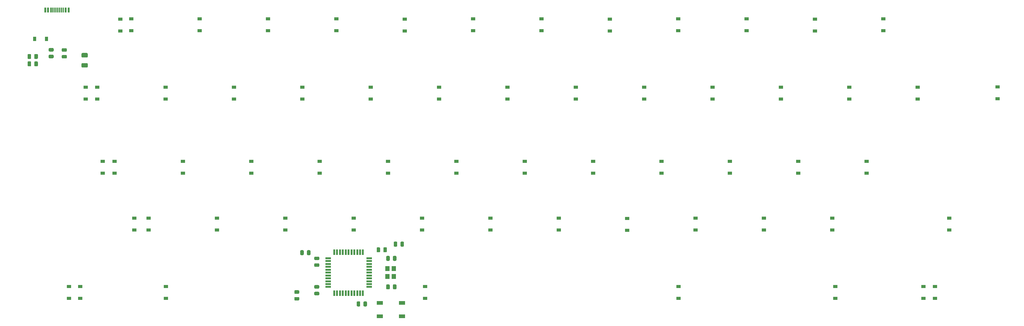
<source format=gbr>
G04 #@! TF.GenerationSoftware,KiCad,Pcbnew,(5.1.10)-1*
G04 #@! TF.CreationDate,2021-11-03T16:41:44+11:00*
G04 #@! TF.ProjectId,x60,7836302e-6b69-4636-9164-5f7063625858,rev?*
G04 #@! TF.SameCoordinates,Original*
G04 #@! TF.FileFunction,Paste,Bot*
G04 #@! TF.FilePolarity,Positive*
%FSLAX46Y46*%
G04 Gerber Fmt 4.6, Leading zero omitted, Abs format (unit mm)*
G04 Created by KiCad (PCBNEW (5.1.10)-1) date 2021-11-03 16:41:44*
%MOMM*%
%LPD*%
G01*
G04 APERTURE LIST*
%ADD10R,0.600000X1.450000*%
%ADD11R,0.300000X1.450000*%
%ADD12R,0.900000X1.200000*%
%ADD13R,1.200000X1.400000*%
%ADD14R,1.500000X0.550000*%
%ADD15R,0.550000X1.500000*%
%ADD16R,1.800000X1.100000*%
%ADD17R,1.200000X0.900000*%
G04 APERTURE END LIST*
D10*
X101500900Y-125311400D03*
X100700900Y-125311400D03*
X95800900Y-125311400D03*
X95000900Y-125311400D03*
X95000900Y-125311400D03*
X95800900Y-125311400D03*
X100700900Y-125311400D03*
X101500900Y-125311400D03*
D11*
X96500900Y-125311400D03*
X97000900Y-125311400D03*
X97500900Y-125311400D03*
X98500900Y-125311400D03*
X99000900Y-125311400D03*
X99500900Y-125311400D03*
X100000900Y-125311400D03*
X98000900Y-125311400D03*
D12*
X92014650Y-133351400D03*
X95314650Y-133351400D03*
G36*
G01*
X100777150Y-136888900D02*
X99864650Y-136888900D01*
G75*
G02*
X99620900Y-136645150I0J243750D01*
G01*
X99620900Y-136157650D01*
G75*
G02*
X99864650Y-135913900I243750J0D01*
G01*
X100777150Y-135913900D01*
G75*
G02*
X101020900Y-136157650I0J-243750D01*
G01*
X101020900Y-136645150D01*
G75*
G02*
X100777150Y-136888900I-243750J0D01*
G01*
G37*
G36*
G01*
X100777150Y-138763900D02*
X99864650Y-138763900D01*
G75*
G02*
X99620900Y-138520150I0J243750D01*
G01*
X99620900Y-138032650D01*
G75*
G02*
X99864650Y-137788900I243750J0D01*
G01*
X100777150Y-137788900D01*
G75*
G02*
X101020900Y-138032650I0J-243750D01*
G01*
X101020900Y-138520150D01*
G75*
G02*
X100777150Y-138763900I-243750J0D01*
G01*
G37*
G36*
G01*
X97107150Y-136828900D02*
X96194650Y-136828900D01*
G75*
G02*
X95950900Y-136585150I0J243750D01*
G01*
X95950900Y-136097650D01*
G75*
G02*
X96194650Y-135853900I243750J0D01*
G01*
X97107150Y-135853900D01*
G75*
G02*
X97350900Y-136097650I0J-243750D01*
G01*
X97350900Y-136585150D01*
G75*
G02*
X97107150Y-136828900I-243750J0D01*
G01*
G37*
G36*
G01*
X97107150Y-138703900D02*
X96194650Y-138703900D01*
G75*
G02*
X95950900Y-138460150I0J243750D01*
G01*
X95950900Y-137972650D01*
G75*
G02*
X96194650Y-137728900I243750J0D01*
G01*
X97107150Y-137728900D01*
G75*
G02*
X97350900Y-137972650I0J-243750D01*
G01*
X97350900Y-138460150D01*
G75*
G02*
X97107150Y-138703900I-243750J0D01*
G01*
G37*
G36*
G01*
X106605900Y-138496400D02*
X105355900Y-138496400D01*
G75*
G02*
X105105900Y-138246400I0J250000D01*
G01*
X105105900Y-137496400D01*
G75*
G02*
X105355900Y-137246400I250000J0D01*
G01*
X106605900Y-137246400D01*
G75*
G02*
X106855900Y-137496400I0J-250000D01*
G01*
X106855900Y-138246400D01*
G75*
G02*
X106605900Y-138496400I-250000J0D01*
G01*
G37*
G36*
G01*
X106605900Y-141296400D02*
X105355900Y-141296400D01*
G75*
G02*
X105105900Y-141046400I0J250000D01*
G01*
X105105900Y-140296400D01*
G75*
G02*
X105355900Y-140046400I250000J0D01*
G01*
X106605900Y-140046400D01*
G75*
G02*
X106855900Y-140296400I0J-250000D01*
G01*
X106855900Y-141046400D01*
G75*
G02*
X106605900Y-141296400I-250000J0D01*
G01*
G37*
G36*
G01*
X167033400Y-192426400D02*
X167033400Y-193338900D01*
G75*
G02*
X166789650Y-193582650I-243750J0D01*
G01*
X166302150Y-193582650D01*
G75*
G02*
X166058400Y-193338900I0J243750D01*
G01*
X166058400Y-192426400D01*
G75*
G02*
X166302150Y-192182650I243750J0D01*
G01*
X166789650Y-192182650D01*
G75*
G02*
X167033400Y-192426400I0J-243750D01*
G01*
G37*
G36*
G01*
X168908400Y-192426400D02*
X168908400Y-193338900D01*
G75*
G02*
X168664650Y-193582650I-243750J0D01*
G01*
X168177150Y-193582650D01*
G75*
G02*
X167933400Y-193338900I0J243750D01*
G01*
X167933400Y-192426400D01*
G75*
G02*
X168177150Y-192182650I243750J0D01*
G01*
X168664650Y-192182650D01*
G75*
G02*
X168908400Y-192426400I0J-243750D01*
G01*
G37*
G36*
G01*
X170202150Y-195857650D02*
X171114650Y-195857650D01*
G75*
G02*
X171358400Y-196101400I0J-243750D01*
G01*
X171358400Y-196588900D01*
G75*
G02*
X171114650Y-196832650I-243750J0D01*
G01*
X170202150Y-196832650D01*
G75*
G02*
X169958400Y-196588900I0J243750D01*
G01*
X169958400Y-196101400D01*
G75*
G02*
X170202150Y-195857650I243750J0D01*
G01*
G37*
G36*
G01*
X170202150Y-193982650D02*
X171114650Y-193982650D01*
G75*
G02*
X171358400Y-194226400I0J-243750D01*
G01*
X171358400Y-194713900D01*
G75*
G02*
X171114650Y-194957650I-243750J0D01*
G01*
X170202150Y-194957650D01*
G75*
G02*
X169958400Y-194713900I0J243750D01*
G01*
X169958400Y-194226400D01*
G75*
G02*
X170202150Y-193982650I243750J0D01*
G01*
G37*
D13*
X190389650Y-197338900D03*
X190389650Y-199538900D03*
X192089650Y-199538900D03*
X192089650Y-197338900D03*
D14*
X173833400Y-194438900D03*
X173833400Y-195238900D03*
X173833400Y-196038900D03*
X173833400Y-196838900D03*
X173833400Y-197638900D03*
X173833400Y-198438900D03*
X173833400Y-199238900D03*
X173833400Y-200038900D03*
X173833400Y-200838900D03*
X173833400Y-201638900D03*
X173833400Y-202438900D03*
D15*
X175533400Y-204138900D03*
X176333400Y-204138900D03*
X177133400Y-204138900D03*
X177933400Y-204138900D03*
X178733400Y-204138900D03*
X179533400Y-204138900D03*
X180333400Y-204138900D03*
X181133400Y-204138900D03*
X181933400Y-204138900D03*
X182733400Y-204138900D03*
X183533400Y-204138900D03*
D14*
X185233400Y-202438900D03*
X185233400Y-201638900D03*
X185233400Y-200838900D03*
X185233400Y-200038900D03*
X185233400Y-199238900D03*
X185233400Y-198438900D03*
X185233400Y-197638900D03*
X185233400Y-196838900D03*
X185233400Y-196038900D03*
X185233400Y-195238900D03*
X185233400Y-194438900D03*
D15*
X183533400Y-192738900D03*
X182733400Y-192738900D03*
X181933400Y-192738900D03*
X181133400Y-192738900D03*
X180333400Y-192738900D03*
X179533400Y-192738900D03*
X178733400Y-192738900D03*
X177933400Y-192738900D03*
X177133400Y-192738900D03*
X176333400Y-192738900D03*
X175533400Y-192738900D03*
D16*
X194395900Y-210607650D03*
X188195900Y-206907650D03*
X194395900Y-206907650D03*
X188195900Y-210607650D03*
G36*
G01*
X164645900Y-205238900D02*
X165558400Y-205238900D01*
G75*
G02*
X165802150Y-205482650I0J-243750D01*
G01*
X165802150Y-205970150D01*
G75*
G02*
X165558400Y-206213900I-243750J0D01*
G01*
X164645900Y-206213900D01*
G75*
G02*
X164402150Y-205970150I0J243750D01*
G01*
X164402150Y-205482650D01*
G75*
G02*
X164645900Y-205238900I243750J0D01*
G01*
G37*
G36*
G01*
X164645900Y-203363900D02*
X165558400Y-203363900D01*
G75*
G02*
X165802150Y-203607650I0J-243750D01*
G01*
X165802150Y-204095150D01*
G75*
G02*
X165558400Y-204338900I-243750J0D01*
G01*
X164645900Y-204338900D01*
G75*
G02*
X164402150Y-204095150I0J243750D01*
G01*
X164402150Y-203607650D01*
G75*
G02*
X164645900Y-203363900I243750J0D01*
G01*
G37*
G36*
G01*
X188320900Y-191632650D02*
X188320900Y-192545150D01*
G75*
G02*
X188077150Y-192788900I-243750J0D01*
G01*
X187589650Y-192788900D01*
G75*
G02*
X187345900Y-192545150I0J243750D01*
G01*
X187345900Y-191632650D01*
G75*
G02*
X187589650Y-191388900I243750J0D01*
G01*
X188077150Y-191388900D01*
G75*
G02*
X188320900Y-191632650I0J-243750D01*
G01*
G37*
G36*
G01*
X190195900Y-191632650D02*
X190195900Y-192545150D01*
G75*
G02*
X189952150Y-192788900I-243750J0D01*
G01*
X189464650Y-192788900D01*
G75*
G02*
X189220900Y-192545150I0J243750D01*
G01*
X189220900Y-191632650D01*
G75*
G02*
X189464650Y-191388900I243750J0D01*
G01*
X189952150Y-191388900D01*
G75*
G02*
X190195900Y-191632650I0J-243750D01*
G01*
G37*
G36*
G01*
X91970900Y-138677650D02*
X91970900Y-137765150D01*
G75*
G02*
X92214650Y-137521400I243750J0D01*
G01*
X92702150Y-137521400D01*
G75*
G02*
X92945900Y-137765150I0J-243750D01*
G01*
X92945900Y-138677650D01*
G75*
G02*
X92702150Y-138921400I-243750J0D01*
G01*
X92214650Y-138921400D01*
G75*
G02*
X91970900Y-138677650I0J243750D01*
G01*
G37*
G36*
G01*
X90095900Y-138677650D02*
X90095900Y-137765150D01*
G75*
G02*
X90339650Y-137521400I243750J0D01*
G01*
X90827150Y-137521400D01*
G75*
G02*
X91070900Y-137765150I0J-243750D01*
G01*
X91070900Y-138677650D01*
G75*
G02*
X90827150Y-138921400I-243750J0D01*
G01*
X90339650Y-138921400D01*
G75*
G02*
X90095900Y-138677650I0J243750D01*
G01*
G37*
G36*
G01*
X91970900Y-140717650D02*
X91970900Y-139805150D01*
G75*
G02*
X92214650Y-139561400I243750J0D01*
G01*
X92702150Y-139561400D01*
G75*
G02*
X92945900Y-139805150I0J-243750D01*
G01*
X92945900Y-140717650D01*
G75*
G02*
X92702150Y-140961400I-243750J0D01*
G01*
X92214650Y-140961400D01*
G75*
G02*
X91970900Y-140717650I0J243750D01*
G01*
G37*
G36*
G01*
X90095900Y-140717650D02*
X90095900Y-139805150D01*
G75*
G02*
X90339650Y-139561400I243750J0D01*
G01*
X90827150Y-139561400D01*
G75*
G02*
X91070900Y-139805150I0J-243750D01*
G01*
X91070900Y-140717650D01*
G75*
G02*
X90827150Y-140961400I-243750J0D01*
G01*
X90339650Y-140961400D01*
G75*
G02*
X90095900Y-140717650I0J243750D01*
G01*
G37*
D17*
X342902150Y-202345150D03*
X342902150Y-205645150D03*
X339727150Y-202282650D03*
X339727150Y-205582650D03*
X315120900Y-202345150D03*
X315120900Y-205645150D03*
X271464650Y-202345150D03*
X271464650Y-205645150D03*
X200820900Y-202345150D03*
X200820900Y-205645150D03*
X128589650Y-202345150D03*
X128589650Y-205645150D03*
X104777150Y-202345150D03*
X104777150Y-205645150D03*
X101602150Y-202345150D03*
X101602150Y-205645150D03*
X346870900Y-183295150D03*
X346870900Y-186595150D03*
X314327150Y-183295150D03*
X314327150Y-186595150D03*
X295277150Y-183295150D03*
X295277150Y-186595150D03*
X276227150Y-183295150D03*
X276227150Y-186595150D03*
X257177150Y-183357650D03*
X257177150Y-186657650D03*
X238127150Y-183295150D03*
X238127150Y-186595150D03*
X219077150Y-183295150D03*
X219077150Y-186595150D03*
X200027150Y-183295150D03*
X200027150Y-186595150D03*
X180977150Y-183295150D03*
X180977150Y-186595150D03*
X161927150Y-183295150D03*
X161927150Y-186595150D03*
X142877150Y-183295150D03*
X142877150Y-186595150D03*
X123827150Y-183295150D03*
X123827150Y-186595150D03*
X119858400Y-183295150D03*
X119858400Y-186595150D03*
X323852150Y-167420150D03*
X323852150Y-170720150D03*
X304802150Y-167420150D03*
X304802150Y-170720150D03*
X285752150Y-167420150D03*
X285752150Y-170720150D03*
X266702150Y-167420150D03*
X266702150Y-170720150D03*
X247652150Y-167420150D03*
X247652150Y-170720150D03*
X228602150Y-167420150D03*
X228602150Y-170720150D03*
X209552150Y-167420150D03*
X209552150Y-170720150D03*
X190502150Y-167420150D03*
X190502150Y-170720150D03*
X171452150Y-167420150D03*
X171452150Y-170720150D03*
X152402150Y-167420150D03*
X152402150Y-170720150D03*
X133352150Y-167420150D03*
X133352150Y-170720150D03*
X114302150Y-167420150D03*
X114302150Y-170720150D03*
X111045900Y-167420150D03*
X111045900Y-170720150D03*
X338058400Y-146782650D03*
X338058400Y-150082650D03*
X319008400Y-146782650D03*
X319008400Y-150082650D03*
X299958400Y-146782650D03*
X299958400Y-150082650D03*
X280908400Y-146782650D03*
X280908400Y-150082650D03*
X261858400Y-146782650D03*
X261858400Y-150082650D03*
X242808400Y-146782650D03*
X242808400Y-150082650D03*
X223758400Y-146782650D03*
X223758400Y-150082650D03*
X204708400Y-146782650D03*
X204708400Y-150082650D03*
X185658400Y-146782650D03*
X185658400Y-150082650D03*
X166608400Y-146782650D03*
X166608400Y-150082650D03*
X147558400Y-146782650D03*
X147558400Y-150082650D03*
X128508400Y-146782650D03*
X128508400Y-150082650D03*
X109458400Y-146782650D03*
X109458400Y-150082650D03*
X106283400Y-146782650D03*
X106283400Y-150082650D03*
X360364650Y-146720150D03*
X360364650Y-150020150D03*
X328533400Y-127732650D03*
X328533400Y-131032650D03*
X309483400Y-127795150D03*
X309483400Y-131095150D03*
X290433400Y-127732650D03*
X290433400Y-131032650D03*
X271383400Y-127732650D03*
X271383400Y-131032650D03*
X252333400Y-127795150D03*
X252333400Y-131095150D03*
X233283400Y-127732650D03*
X233283400Y-131032650D03*
X214233400Y-127732650D03*
X214233400Y-131032650D03*
X195183400Y-127795150D03*
X195183400Y-131095150D03*
X176133400Y-127732650D03*
X176133400Y-131032650D03*
X157083400Y-127732650D03*
X157083400Y-131032650D03*
X138033400Y-127732650D03*
X138033400Y-131032650D03*
X118983400Y-127732650D03*
X118983400Y-131032650D03*
X115889650Y-127795150D03*
X115889650Y-131095150D03*
G36*
G01*
X171114650Y-202895150D02*
X170202150Y-202895150D01*
G75*
G02*
X169958400Y-202651400I0J243750D01*
G01*
X169958400Y-202163900D01*
G75*
G02*
X170202150Y-201920150I243750J0D01*
G01*
X171114650Y-201920150D01*
G75*
G02*
X171358400Y-202163900I0J-243750D01*
G01*
X171358400Y-202651400D01*
G75*
G02*
X171114650Y-202895150I-243750J0D01*
G01*
G37*
G36*
G01*
X171114650Y-204770150D02*
X170202150Y-204770150D01*
G75*
G02*
X169958400Y-204526400I0J243750D01*
G01*
X169958400Y-204038900D01*
G75*
G02*
X170202150Y-203795150I243750J0D01*
G01*
X171114650Y-203795150D01*
G75*
G02*
X171358400Y-204038900I0J-243750D01*
G01*
X171358400Y-204526400D01*
G75*
G02*
X171114650Y-204770150I-243750J0D01*
G01*
G37*
G36*
G01*
X193983400Y-190957650D02*
X193983400Y-190045150D01*
G75*
G02*
X194227150Y-189801400I243750J0D01*
G01*
X194714650Y-189801400D01*
G75*
G02*
X194958400Y-190045150I0J-243750D01*
G01*
X194958400Y-190957650D01*
G75*
G02*
X194714650Y-191201400I-243750J0D01*
G01*
X194227150Y-191201400D01*
G75*
G02*
X193983400Y-190957650I0J243750D01*
G01*
G37*
G36*
G01*
X192108400Y-190957650D02*
X192108400Y-190045150D01*
G75*
G02*
X192352150Y-189801400I243750J0D01*
G01*
X192839650Y-189801400D01*
G75*
G02*
X193083400Y-190045150I0J-243750D01*
G01*
X193083400Y-190957650D01*
G75*
G02*
X192839650Y-191201400I-243750J0D01*
G01*
X192352150Y-191201400D01*
G75*
G02*
X192108400Y-190957650I0J243750D01*
G01*
G37*
G36*
G01*
X190989650Y-194013900D02*
X190989650Y-194926400D01*
G75*
G02*
X190745900Y-195170150I-243750J0D01*
G01*
X190258400Y-195170150D01*
G75*
G02*
X190014650Y-194926400I0J243750D01*
G01*
X190014650Y-194013900D01*
G75*
G02*
X190258400Y-193770150I243750J0D01*
G01*
X190745900Y-193770150D01*
G75*
G02*
X190989650Y-194013900I0J-243750D01*
G01*
G37*
G36*
G01*
X192864650Y-194013900D02*
X192864650Y-194926400D01*
G75*
G02*
X192620900Y-195170150I-243750J0D01*
G01*
X192133400Y-195170150D01*
G75*
G02*
X191889650Y-194926400I0J243750D01*
G01*
X191889650Y-194013900D01*
G75*
G02*
X192133400Y-193770150I243750J0D01*
G01*
X192620900Y-193770150D01*
G75*
G02*
X192864650Y-194013900I0J-243750D01*
G01*
G37*
G36*
G01*
X191889650Y-202863900D02*
X191889650Y-201951400D01*
G75*
G02*
X192133400Y-201707650I243750J0D01*
G01*
X192620900Y-201707650D01*
G75*
G02*
X192864650Y-201951400I0J-243750D01*
G01*
X192864650Y-202863900D01*
G75*
G02*
X192620900Y-203107650I-243750J0D01*
G01*
X192133400Y-203107650D01*
G75*
G02*
X191889650Y-202863900I0J243750D01*
G01*
G37*
G36*
G01*
X190014650Y-202863900D02*
X190014650Y-201951400D01*
G75*
G02*
X190258400Y-201707650I243750J0D01*
G01*
X190745900Y-201707650D01*
G75*
G02*
X190989650Y-201951400I0J-243750D01*
G01*
X190989650Y-202863900D01*
G75*
G02*
X190745900Y-203107650I-243750J0D01*
G01*
X190258400Y-203107650D01*
G75*
G02*
X190014650Y-202863900I0J243750D01*
G01*
G37*
G36*
G01*
X183664650Y-207626400D02*
X183664650Y-206713900D01*
G75*
G02*
X183908400Y-206470150I243750J0D01*
G01*
X184395900Y-206470150D01*
G75*
G02*
X184639650Y-206713900I0J-243750D01*
G01*
X184639650Y-207626400D01*
G75*
G02*
X184395900Y-207870150I-243750J0D01*
G01*
X183908400Y-207870150D01*
G75*
G02*
X183664650Y-207626400I0J243750D01*
G01*
G37*
G36*
G01*
X181789650Y-207626400D02*
X181789650Y-206713900D01*
G75*
G02*
X182033400Y-206470150I243750J0D01*
G01*
X182520900Y-206470150D01*
G75*
G02*
X182764650Y-206713900I0J-243750D01*
G01*
X182764650Y-207626400D01*
G75*
G02*
X182520900Y-207870150I-243750J0D01*
G01*
X182033400Y-207870150D01*
G75*
G02*
X181789650Y-207626400I0J243750D01*
G01*
G37*
M02*

</source>
